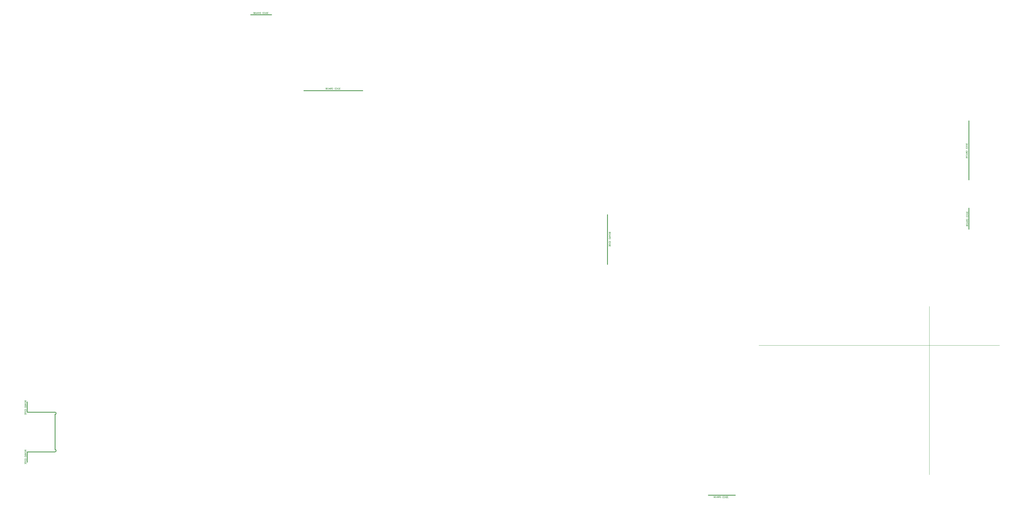
<source format=gbr>
G04 DipTrace 3.3.1.3*
G04 TopAssy.gbr*
%MOIN*%
G04 #@! TF.FileFunction,Drawing,Top*
G04 #@! TF.Part,Single*
%ADD10C,0.009843*%
%ADD15C,0.001312*%
%ADD97C,0.003088*%
%FSLAX26Y26*%
G04*
G70*
G90*
G75*
G01*
G04 TopAssy*
%LPD*%
X8033855Y4198031D2*
D10*
Y3539764D1*
X12789171Y4004528D2*
Y4283268D1*
X3334646Y6828743D2*
X3613386D1*
X761792Y1592910D2*
G02X761792Y1561454I43J-15728D01*
G01*
X761848Y1100796D2*
G02X761848Y1069340I-13J-15728D01*
G01*
X761624Y1592910D2*
X395690D1*
X761624Y1069255D2*
X395690D1*
X761792Y1561454D2*
Y1100796D1*
X395690Y1067321D2*
Y933506D1*
Y1728744D2*
Y1594929D1*
X4035039Y5828737D2*
X4812992D1*
X12789177Y4654921D2*
Y5432874D1*
X9359843Y501160D2*
X9714173D1*
X10024016Y2473622D2*
D15*
X13193307D1*
X12268110Y768898D2*
Y2985433D1*
X8072154Y3968332D2*
D97*
X8052058D1*
X8052057Y3959710D1*
X8053030Y3956836D1*
X8053981Y3955885D1*
X8055882Y3954935D1*
X8058756D1*
X8060680Y3955885D1*
X8061630Y3956836D1*
X8062581Y3959710D1*
X8063554Y3956836D1*
X8064504Y3955885D1*
X8066405Y3954935D1*
X8068329D1*
X8070230Y3955885D1*
X8071203Y3956836D1*
X8072153Y3959710D1*
X8072154Y3968332D1*
X8062581D2*
Y3959710D1*
X8072153Y3943011D2*
X8071203Y3944934D1*
X8069279Y3946835D1*
X8067378Y3947808D1*
X8064504Y3948759D1*
X8059707D1*
X8056855Y3947808D1*
X8054931Y3946836D1*
X8053030Y3944934D1*
X8052057Y3943011D1*
Y3939186D1*
X8053030Y3937285D1*
X8054932Y3935362D1*
X8056855Y3934411D1*
X8059707Y3933460D1*
X8064504D1*
X8067378Y3934411D1*
X8069279Y3935362D1*
X8071203Y3937285D1*
X8072153Y3939186D1*
Y3943011D1*
X8052058Y3911964D2*
X8072153Y3919635D1*
X8052058Y3927285D1*
X8058756Y3924411D2*
Y3914838D1*
X8062581Y3905788D2*
Y3897188D1*
X8063554Y3894314D1*
X8064504Y3893342D1*
X8066405Y3892391D1*
X8068329D1*
X8070230Y3893342D1*
X8071203Y3894314D1*
X8072153Y3897188D1*
Y3905788D1*
X8052058D1*
X8062581Y3899090D2*
X8052058Y3892391D1*
X8072153Y3886215D2*
X8052058D1*
Y3879517D1*
X8053030Y3876643D1*
X8054932Y3874719D1*
X8056855Y3873768D1*
X8059707Y3872818D1*
X8064504D1*
X8067378Y3873768D1*
X8069279Y3874719D1*
X8071203Y3876643D1*
X8072153Y3879517D1*
Y3886215D1*
X8072154Y3834777D2*
Y3847202D1*
X8052058D1*
Y3834777D1*
X8062581Y3847202D2*
Y3839552D1*
X8072154Y3828601D2*
X8052058D1*
Y3821903D1*
X8053030Y3819029D1*
X8054932Y3817105D1*
X8056855Y3816155D1*
X8059707Y3815204D1*
X8064504D1*
X8067378Y3816155D1*
X8069279Y3817105D1*
X8071203Y3819029D1*
X8072154Y3821903D1*
Y3828601D1*
X8067378Y3794680D2*
X8069279Y3795631D1*
X8071203Y3797554D1*
X8072154Y3799456D1*
Y3803280D1*
X8071203Y3805204D1*
X8069279Y3807105D1*
X8067378Y3808078D1*
X8064504Y3809028D1*
X8059707D1*
X8056855Y3808078D1*
X8054932Y3807105D1*
X8053030Y3805204D1*
X8052058Y3803280D1*
Y3799456D1*
X8053030Y3797554D1*
X8054932Y3795631D1*
X8056855Y3794680D1*
X8059707D1*
Y3799456D1*
X8072154Y3776080D2*
Y3788505D1*
X8052058D1*
Y3776080D1*
X8062581Y3788505D2*
Y3780855D1*
X12755799Y4045430D2*
X12775895D1*
Y4054052D1*
X12774923Y4056926D1*
X12773972Y4057876D1*
X12772071Y4058827D1*
X12769197D1*
X12767273Y4057876D1*
X12766323Y4056926D1*
X12765372Y4054052D1*
X12764399Y4056926D1*
X12763449Y4057876D1*
X12761547Y4058827D1*
X12759624D1*
X12757723Y4057876D1*
X12756750Y4056926D1*
X12755799Y4054052D1*
Y4045430D1*
X12765372D2*
Y4054052D1*
X12755799Y4070751D2*
X12756750Y4068827D1*
X12758673Y4066926D1*
X12760575Y4065953D1*
X12763449Y4065003D1*
X12768246D1*
X12771098Y4065953D1*
X12773021Y4066926D1*
X12774923Y4068827D1*
X12775895Y4070751D1*
Y4074575D1*
X12774923Y4076477D1*
X12773021Y4078400D1*
X12771098Y4079351D1*
X12768246Y4080301D1*
X12763449D1*
X12760575Y4079351D1*
X12758673Y4078400D1*
X12756750Y4076477D1*
X12755799Y4074575D1*
Y4070751D1*
X12775895Y4101798D2*
X12755799Y4094126D1*
X12775895Y4086477D1*
X12769197Y4089351D2*
Y4098924D1*
X12765372Y4107973D2*
Y4116573D1*
X12764399Y4119447D1*
X12763449Y4120420D1*
X12761547Y4121371D1*
X12759624D1*
X12757723Y4120420D1*
X12756750Y4119447D1*
X12755799Y4116573D1*
Y4107973D1*
X12775895D1*
X12765372Y4114672D2*
X12775895Y4121371D1*
X12755799Y4127546D2*
X12775895D1*
Y4134245D1*
X12774922Y4137119D1*
X12773021Y4139042D1*
X12771098Y4139993D1*
X12768246Y4140944D1*
X12763449D1*
X12760575Y4139993D1*
X12758673Y4139042D1*
X12756750Y4137119D1*
X12755799Y4134245D1*
Y4127546D1*
Y4178984D2*
Y4166560D1*
X12775895D1*
Y4178984D1*
X12765372Y4166560D2*
Y4174209D1*
X12755799Y4185160D2*
X12775895D1*
Y4191859D1*
X12774922Y4194733D1*
X12773021Y4196656D1*
X12771098Y4197607D1*
X12768246Y4198557D1*
X12763449D1*
X12760575Y4197607D1*
X12758673Y4196656D1*
X12756750Y4194733D1*
X12755799Y4191859D1*
Y4185160D1*
X12760575Y4219081D2*
X12758673Y4218130D1*
X12756750Y4216207D1*
X12755799Y4214306D1*
Y4210481D1*
X12756750Y4208558D1*
X12758673Y4206657D1*
X12760575Y4205684D1*
X12763449Y4204733D1*
X12768246D1*
X12771098Y4205684D1*
X12773021Y4206657D1*
X12774922Y4208558D1*
X12775895Y4210481D1*
Y4214306D1*
X12774922Y4216207D1*
X12773021Y4218130D1*
X12771098Y4219081D1*
X12768246D1*
Y4214306D1*
X12755799Y4237681D2*
Y4225257D1*
X12775895D1*
Y4237681D1*
X12765372Y4225257D2*
Y4232906D1*
X3375548Y6862114D2*
Y6842018D1*
X3384170D1*
X3387044Y6842991D1*
X3387994Y6843942D1*
X3388945Y6845843D1*
Y6848717D1*
X3387994Y6850640D1*
X3387044Y6851591D1*
X3384170Y6852541D1*
X3387044Y6853514D1*
X3387994Y6854465D1*
X3388945Y6856366D1*
Y6858290D1*
X3387994Y6860191D1*
X3387044Y6861164D1*
X3384170Y6862114D1*
X3375548D1*
Y6852541D2*
X3384170D1*
X3400869Y6862114D2*
X3398945Y6861164D1*
X3397044Y6859240D1*
X3396071Y6857339D1*
X3395121Y6854465D1*
Y6849667D1*
X3396071Y6846816D1*
X3397044Y6844892D1*
X3398945Y6842991D1*
X3400869Y6842018D1*
X3404693D1*
X3406595Y6842991D1*
X3408518Y6844892D1*
X3409469Y6846816D1*
X3410419Y6849667D1*
Y6854465D1*
X3409469Y6857339D1*
X3408518Y6859240D1*
X3406595Y6861164D1*
X3404693Y6862114D1*
X3400869D1*
X3431916Y6842018D2*
X3424244Y6862114D1*
X3416595Y6842018D1*
X3419469Y6848717D2*
X3429042D1*
X3438091Y6852541D2*
X3446691D1*
X3449565Y6853514D1*
X3450538Y6854465D1*
X3451489Y6856366D1*
Y6858290D1*
X3450538Y6860191D1*
X3449565Y6861164D1*
X3446691Y6862114D1*
X3438091D1*
Y6842018D1*
X3444790Y6852541D2*
X3451489Y6842018D1*
X3457664Y6862114D2*
Y6842018D1*
X3464363D1*
X3467237Y6842991D1*
X3469161Y6844892D1*
X3470111Y6846816D1*
X3471062Y6849667D1*
Y6854465D1*
X3470111Y6857339D1*
X3469161Y6859240D1*
X3467237Y6861164D1*
X3464363Y6862114D1*
X3457664D1*
X3509103D2*
X3496678D1*
Y6842018D1*
X3509103D1*
X3496678Y6852541D2*
X3504327D1*
X3515278Y6862114D2*
Y6842018D1*
X3521977D1*
X3524851Y6842991D1*
X3526774Y6844892D1*
X3527725Y6846816D1*
X3528676Y6849667D1*
Y6854465D1*
X3527725Y6857339D1*
X3526774Y6859240D1*
X3524851Y6861164D1*
X3521977Y6862114D1*
X3515278D1*
X3549199Y6857339D2*
X3548249Y6859240D1*
X3546325Y6861164D1*
X3544424Y6862114D1*
X3540599D1*
X3538676Y6861164D1*
X3536775Y6859240D1*
X3535802Y6857339D1*
X3534851Y6854465D1*
Y6849667D1*
X3535802Y6846816D1*
X3536775Y6844892D1*
X3538676Y6842991D1*
X3540599Y6842018D1*
X3544424D1*
X3546325Y6842991D1*
X3548249Y6844892D1*
X3549199Y6846816D1*
Y6849667D1*
X3544424D1*
X3567799Y6862114D2*
X3555375D1*
Y6842018D1*
X3567799D1*
X3555375Y6852541D2*
X3563024D1*
X381442Y968740D2*
Y981165D1*
X361346D1*
Y968740D1*
X371869Y981165D2*
Y973515D1*
X381442Y962564D2*
X361346D1*
Y955866D1*
X362319Y952992D1*
X364220Y951068D1*
X366143Y950118D1*
X368995Y949167D1*
X373793D1*
X376667Y950118D1*
X378568Y951068D1*
X380491Y952992D1*
X381442Y955866D1*
Y962564D1*
X376667Y928643D2*
X378568Y929594D1*
X380491Y931517D1*
X381442Y933419D1*
Y937243D1*
X380491Y939167D1*
X378568Y941068D1*
X376667Y942041D1*
X373793Y942991D1*
X368995D1*
X366143Y942041D1*
X364220Y941068D1*
X362319Y939167D1*
X361346Y937243D1*
Y933419D1*
X362319Y931517D1*
X364220Y929594D1*
X366143Y928643D1*
X368995D1*
Y933419D1*
X381442Y910043D2*
Y922468D1*
X361346D1*
Y910043D1*
X371869Y922468D2*
Y914818D1*
X381442Y1098074D2*
X361346D1*
Y1089452D1*
X362319Y1086578D1*
X363269Y1085628D1*
X365170Y1084677D1*
X368045D1*
X369968Y1085628D1*
X370919Y1086578D1*
X371869Y1089452D1*
X372842Y1086578D1*
X373793Y1085628D1*
X375694Y1084677D1*
X377617D1*
X379518Y1085628D1*
X380491Y1086578D1*
X381442Y1089452D1*
Y1098074D1*
X371869D2*
Y1089452D1*
X381442Y1072753D2*
X380491Y1074677D1*
X378568Y1076578D1*
X376667Y1077551D1*
X373793Y1078501D1*
X368995D1*
X366143Y1077551D1*
X364220Y1076578D1*
X362319Y1074677D1*
X361346Y1072753D1*
Y1068929D1*
X362319Y1067027D1*
X364220Y1065104D1*
X366143Y1064153D1*
X368995Y1063203D1*
X373793D1*
X376667Y1064153D1*
X378568Y1065104D1*
X380491Y1067027D1*
X381442Y1068929D1*
Y1072753D1*
X361346Y1041706D2*
X381442Y1049378D1*
X361346Y1057027D1*
X368045Y1054153D2*
Y1044580D1*
X371869Y1035531D2*
Y1026931D1*
X372842Y1024057D1*
X373793Y1023084D1*
X375694Y1022133D1*
X377617D1*
X379518Y1023084D1*
X380491Y1024057D1*
X381442Y1026931D1*
Y1035531D1*
X361346D1*
X371869Y1028832D2*
X361346Y1022133D1*
X381442Y1015958D2*
X361346D1*
Y1009259D1*
X362319Y1006385D1*
X364220Y1004462D1*
X366143Y1003511D1*
X368995Y1002560D1*
X373793D1*
X376667Y1003511D1*
X378568Y1004462D1*
X380491Y1006385D1*
X381442Y1009259D1*
Y1015958D1*
Y1618725D2*
Y1631149D1*
X361346D1*
Y1618725D1*
X371869Y1631149D2*
Y1623500D1*
X381442Y1612549D2*
X361346D1*
Y1605850D1*
X362319Y1602976D1*
X364220Y1601053D1*
X366143Y1600102D1*
X368995Y1599152D1*
X373793D1*
X376667Y1600102D1*
X378568Y1601053D1*
X380491Y1602976D1*
X381442Y1605850D1*
Y1612549D1*
X376667Y1578628D2*
X378568Y1579579D1*
X380491Y1581502D1*
X381442Y1583403D1*
Y1587228D1*
X380491Y1589151D1*
X378568Y1591053D1*
X376667Y1592025D1*
X373793Y1592976D1*
X368995D1*
X366143Y1592025D1*
X364220Y1591053D1*
X362319Y1589151D1*
X361346Y1587228D1*
Y1583403D1*
X362319Y1581502D1*
X364220Y1579579D1*
X366143Y1578628D1*
X368995D1*
Y1583403D1*
X381442Y1560028D2*
Y1572452D1*
X361346D1*
Y1560028D1*
X371869Y1572452D2*
Y1564803D1*
X381442Y1748059D2*
X361346D1*
Y1739437D1*
X362319Y1736563D1*
X363269Y1735612D1*
X365170Y1734662D1*
X368045D1*
X369968Y1735612D1*
X370919Y1736563D1*
X371869Y1739437D1*
X372842Y1736563D1*
X373793Y1735612D1*
X375694Y1734662D1*
X377617D1*
X379518Y1735612D1*
X380491Y1736563D1*
X381442Y1739437D1*
Y1748059D1*
X371869D2*
Y1739437D1*
X381442Y1722738D2*
X380491Y1724661D1*
X378568Y1726563D1*
X376667Y1727535D1*
X373793Y1728486D1*
X368995D1*
X366143Y1727535D1*
X364220Y1726563D1*
X362319Y1724661D1*
X361346Y1722738D1*
Y1718913D1*
X362319Y1717012D1*
X364220Y1715089D1*
X366143Y1714138D1*
X368995Y1713187D1*
X373793D1*
X376667Y1714138D1*
X378568Y1715089D1*
X380491Y1717012D1*
X381442Y1718913D1*
Y1722738D1*
X361346Y1691691D2*
X381442Y1699362D1*
X361346Y1707012D1*
X368045Y1704138D2*
Y1694565D1*
X371869Y1685515D2*
Y1676915D1*
X372842Y1674041D1*
X373793Y1673069D1*
X375694Y1672118D1*
X377617D1*
X379518Y1673069D1*
X380491Y1674041D1*
X381442Y1676915D1*
Y1685515D1*
X361346D1*
X371869Y1678817D2*
X361346Y1672118D1*
X381442Y1665942D2*
X361346D1*
Y1659244D1*
X362319Y1656370D1*
X364220Y1654446D1*
X366143Y1653496D1*
X368995Y1652545D1*
X373793D1*
X376667Y1653496D1*
X378568Y1654446D1*
X380491Y1656370D1*
X381442Y1659244D1*
Y1665942D1*
X4324581Y5867035D2*
Y5846939D1*
X4333203D1*
X4336077Y5847912D1*
X4337028Y5848863D1*
X4337979Y5850764D1*
Y5853638D1*
X4337028Y5855561D1*
X4336077Y5856512D1*
X4333203Y5857463D1*
X4336077Y5858435D1*
X4337028Y5859386D1*
X4337979Y5861287D1*
Y5863211D1*
X4337028Y5865112D1*
X4336077Y5866085D1*
X4333203Y5867035D1*
X4324581D1*
Y5857463D2*
X4333203D1*
X4349902Y5867035D2*
X4347979Y5866085D1*
X4346078Y5864161D1*
X4345105Y5862260D1*
X4344154Y5859386D1*
Y5854589D1*
X4345105Y5851737D1*
X4346078Y5849813D1*
X4347979Y5847912D1*
X4349902Y5846939D1*
X4353727D1*
X4355628Y5847912D1*
X4357552Y5849813D1*
X4358502Y5851737D1*
X4359453Y5854589D1*
Y5859386D1*
X4358502Y5862260D1*
X4357552Y5864161D1*
X4355628Y5866085D1*
X4353727Y5867035D1*
X4349902D1*
X4380949Y5846939D2*
X4373278Y5867035D1*
X4365629Y5846939D1*
X4368503Y5853638D2*
X4378075D1*
X4387125Y5857463D2*
X4395725D1*
X4398599Y5858435D1*
X4399572Y5859386D1*
X4400522Y5861287D1*
Y5863211D1*
X4399572Y5865112D1*
X4398599Y5866085D1*
X4395725Y5867035D1*
X4387125D1*
Y5846939D1*
X4393824Y5857463D2*
X4400522Y5846939D1*
X4406698Y5867035D2*
Y5846939D1*
X4413397D1*
X4416271Y5847912D1*
X4418194Y5849813D1*
X4419145Y5851737D1*
X4420096Y5854589D1*
Y5859386D1*
X4419145Y5862260D1*
X4418194Y5864161D1*
X4416271Y5866085D1*
X4413397Y5867035D1*
X4406698D1*
X4458136D2*
X4445712D1*
Y5846939D1*
X4458136D1*
X4445712Y5857463D2*
X4453361D1*
X4464312Y5867035D2*
Y5846939D1*
X4471011D1*
X4473885Y5847912D1*
X4475808Y5849813D1*
X4476759Y5851737D1*
X4477709Y5854589D1*
Y5859386D1*
X4476759Y5862260D1*
X4475808Y5864161D1*
X4473885Y5866085D1*
X4471011Y5867035D1*
X4464312D1*
X4498233Y5862260D2*
X4497282Y5864161D1*
X4495359Y5866085D1*
X4493458Y5867035D1*
X4489633D1*
X4487710Y5866085D1*
X4485808Y5864161D1*
X4484836Y5862260D1*
X4483885Y5859386D1*
Y5854589D1*
X4484836Y5851737D1*
X4485808Y5849813D1*
X4487710Y5847912D1*
X4489633Y5846939D1*
X4493458D1*
X4495359Y5847912D1*
X4497282Y5849813D1*
X4498233Y5851737D1*
Y5854589D1*
X4493458D1*
X4516833Y5867035D2*
X4504409D1*
Y5846939D1*
X4516833D1*
X4504409Y5857463D2*
X4512058D1*
X12750878Y4944463D2*
X12770974D1*
Y4953085D1*
X12770001Y4955959D1*
X12769051Y4956910D1*
X12767149Y4957861D1*
X12764275D1*
X12762352Y4956910D1*
X12761401Y4955959D1*
X12760451Y4953085D1*
X12759478Y4955959D1*
X12758527Y4956910D1*
X12756626Y4957861D1*
X12754703D1*
X12752801Y4956910D1*
X12751829Y4955959D1*
X12750878Y4953085D1*
Y4944463D1*
X12760451D2*
Y4953085D1*
X12750878Y4969784D2*
X12751829Y4967861D1*
X12753752Y4965960D1*
X12755653Y4964987D1*
X12758527Y4964036D1*
X12763325D1*
X12766177Y4964987D1*
X12768100Y4965960D1*
X12770001Y4967861D1*
X12770974Y4969784D1*
Y4973609D1*
X12770001Y4975510D1*
X12768100Y4977434D1*
X12766177Y4978384D1*
X12763325Y4979335D1*
X12758527D1*
X12755653Y4978384D1*
X12753752Y4977434D1*
X12751829Y4975510D1*
X12750878Y4973609D1*
Y4969784D1*
X12770974Y5000831D2*
X12750878Y4993160D1*
X12770974Y4985511D1*
X12764275Y4988385D2*
Y4997957D1*
X12760451Y5007007D2*
Y5015607D1*
X12759478Y5018481D1*
X12758527Y5019454D1*
X12756626Y5020404D1*
X12754703D1*
X12752801Y5019454D1*
X12751829Y5018481D1*
X12750878Y5015607D1*
Y5007007D1*
X12770974D1*
X12760451Y5013706D2*
X12770974Y5020404D1*
X12750878Y5026580D2*
X12770974D1*
Y5033279D1*
X12770001Y5036153D1*
X12768100Y5038076D1*
X12766177Y5039027D1*
X12763325Y5039977D1*
X12758527D1*
X12755653Y5039027D1*
X12753752Y5038076D1*
X12751829Y5036153D1*
X12750878Y5033279D1*
Y5026580D1*
Y5078018D2*
Y5065594D1*
X12770974D1*
Y5078018D1*
X12760451Y5065594D2*
Y5073243D1*
X12750878Y5084194D2*
X12770974D1*
Y5090892D1*
X12770001Y5093766D1*
X12768100Y5095690D1*
X12766177Y5096640D1*
X12763325Y5097591D1*
X12758527D1*
X12755653Y5096640D1*
X12753752Y5095690D1*
X12751829Y5093766D1*
X12750878Y5090892D1*
Y5084194D1*
X12755653Y5118115D2*
X12753752Y5117164D1*
X12751829Y5115241D1*
X12750878Y5113340D1*
Y5109515D1*
X12751829Y5107591D1*
X12753752Y5105690D1*
X12755653Y5104717D1*
X12758527Y5103767D1*
X12763325D1*
X12766177Y5104717D1*
X12768100Y5105690D1*
X12770001Y5107591D1*
X12770974Y5109515D1*
Y5113340D1*
X12770001Y5115241D1*
X12768100Y5117164D1*
X12766177Y5118115D1*
X12763325D1*
Y5113340D1*
X12750878Y5136715D2*
Y5124290D1*
X12770974D1*
Y5136715D1*
X12760451Y5124290D2*
Y5131940D1*
X9562280Y485138D2*
X9549855D1*
Y465042D1*
X9562280D1*
X9549855Y475565D2*
X9557504D1*
X9568455Y485138D2*
Y465042D1*
X9575154D1*
X9578028Y466015D1*
X9579951Y467916D1*
X9580902Y469840D1*
X9581853Y472691D1*
Y477489D1*
X9580902Y480363D1*
X9579951Y482264D1*
X9578028Y484188D1*
X9575154Y485138D1*
X9568455D1*
X9602376Y480363D2*
X9601426Y482264D1*
X9599502Y484188D1*
X9597601Y485138D1*
X9593776D1*
X9591853Y484188D1*
X9589952Y482264D1*
X9588979Y480363D1*
X9588028Y477489D1*
Y472691D1*
X9588979Y469840D1*
X9589952Y467916D1*
X9591853Y466015D1*
X9593776Y465042D1*
X9597601D1*
X9599502Y466015D1*
X9601426Y467916D1*
X9602376Y469840D1*
Y472691D1*
X9597601D1*
X9620977Y485138D2*
X9608552D1*
Y465042D1*
X9620977D1*
X9608552Y475565D2*
X9616201D1*
X9430942Y485550D2*
Y465454D1*
X9439564D1*
X9442438Y466426D1*
X9443388Y467377D1*
X9444339Y469278D1*
Y472152D1*
X9443388Y474076D1*
X9442438Y475026D1*
X9439564Y475977D1*
X9442438Y476950D1*
X9443388Y477900D1*
X9444339Y479802D1*
Y481725D1*
X9443388Y483626D1*
X9442438Y484599D1*
X9439564Y485550D1*
X9430942D1*
Y475977D2*
X9439564D1*
X9456263Y485550D2*
X9454339Y484599D1*
X9452438Y482676D1*
X9451465Y480774D1*
X9450515Y477900D1*
Y473103D1*
X9451465Y470251D1*
X9452438Y468328D1*
X9454339Y466426D1*
X9456263Y465454D1*
X9460087D1*
X9461989Y466426D1*
X9463912Y468328D1*
X9464863Y470251D1*
X9465813Y473103D1*
Y477900D1*
X9464863Y480774D1*
X9463912Y482676D1*
X9461989Y484599D1*
X9460087Y485550D1*
X9456263D1*
X9487310Y465454D2*
X9479638Y485550D1*
X9471989Y465454D1*
X9474863Y472152D2*
X9484436D1*
X9493485Y475977D2*
X9502085D1*
X9504959Y476950D1*
X9505932Y477900D1*
X9506883Y479802D1*
Y481725D1*
X9505932Y483626D1*
X9504959Y484599D1*
X9502085Y485550D1*
X9493485D1*
Y465454D1*
X9500184Y475977D2*
X9506883Y465454D1*
X9513058Y485550D2*
Y465454D1*
X9519757D1*
X9522631Y466426D1*
X9524554Y468328D1*
X9525505Y470251D1*
X9526456Y473103D1*
Y477900D1*
X9525505Y480774D1*
X9524554Y482676D1*
X9522631Y484599D1*
X9519757Y485550D1*
X9513058D1*
M02*

</source>
